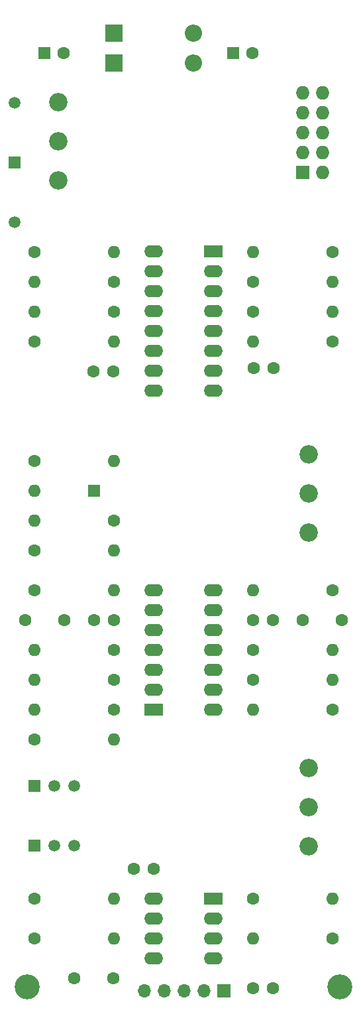
<source format=gbs>
G04 #@! TF.GenerationSoftware,KiCad,Pcbnew,6.0.4-6f826c9f35~116~ubuntu20.04.1*
G04 #@! TF.CreationDate,2022-04-19T12:45:32-04:00*
G04 #@! TF.ProjectId,vcapf_main,76636170-665f-46d6-9169-6e2e6b696361,rev?*
G04 #@! TF.SameCoordinates,Original*
G04 #@! TF.FileFunction,Soldermask,Bot*
G04 #@! TF.FilePolarity,Negative*
%FSLAX46Y46*%
G04 Gerber Fmt 4.6, Leading zero omitted, Abs format (unit mm)*
G04 Created by KiCad (PCBNEW 6.0.4-6f826c9f35~116~ubuntu20.04.1) date 2022-04-19 12:45:32*
%MOMM*%
%LPD*%
G01*
G04 APERTURE LIST*
%ADD10C,2.340000*%
%ADD11C,3.200000*%
%ADD12C,1.600000*%
%ADD13O,1.600000X1.600000*%
%ADD14R,1.600000X1.600000*%
%ADD15R,1.500000X1.500000*%
%ADD16C,1.500000*%
%ADD17R,2.400000X1.600000*%
%ADD18O,2.400000X1.600000*%
%ADD19R,2.200000X2.200000*%
%ADD20O,2.200000X2.200000*%
%ADD21R,1.700000X1.700000*%
%ADD22O,1.700000X1.700000*%
%ADD23R,1.727200X1.727200*%
%ADD24O,1.727200X1.727200*%
G04 APERTURE END LIST*
D10*
G04 #@! TO.C,RV1*
X165999999Y-142499999D03*
X165999999Y-137499999D03*
X165999999Y-132499999D03*
G04 #@! TD*
D11*
G04 #@! TO.C,H1*
X129999999Y-160499999D03*
G04 #@! TD*
G04 #@! TO.C,H2*
X169999999Y-160499999D03*
G04 #@! TD*
D10*
G04 #@! TO.C,RV2*
X133999999Y-47499999D03*
X133999999Y-52499999D03*
X133999999Y-57499999D03*
G04 #@! TD*
G04 #@! TO.C,RV3*
X165999999Y-102499999D03*
X165999999Y-97499999D03*
X165999999Y-92499999D03*
G04 #@! TD*
D12*
G04 #@! TO.C,R9*
X158889999Y-74239999D03*
D13*
X169049999Y-74239999D03*
G04 #@! TD*
D12*
G04 #@! TO.C,R19*
X130949999Y-66619999D03*
D13*
X141109999Y-66619999D03*
G04 #@! TD*
D12*
G04 #@! TO.C,R17*
X130949999Y-109799999D03*
D13*
X141109999Y-109799999D03*
G04 #@! TD*
D12*
G04 #@! TO.C,R18*
X141109999Y-70429999D03*
D13*
X130949999Y-70429999D03*
G04 #@! TD*
D12*
G04 #@! TO.C,C11*
X134759999Y-113609999D03*
X129759999Y-113609999D03*
G04 #@! TD*
D14*
G04 #@! TO.C,D3*
X138569999Y-97099999D03*
D13*
X130949999Y-97099999D03*
G04 #@! TD*
D15*
G04 #@! TO.C,Q1*
X130949999Y-142459999D03*
D16*
X133489999Y-142459999D03*
X136029999Y-142459999D03*
G04 #@! TD*
D12*
G04 #@! TO.C,R10*
X169049999Y-109799999D03*
D13*
X158889999Y-109799999D03*
G04 #@! TD*
D16*
G04 #@! TO.C,TP1*
X128409999Y-62809999D03*
G04 #@! TD*
D12*
G04 #@! TO.C,C7*
X141109999Y-113609999D03*
X138609999Y-113609999D03*
G04 #@! TD*
G04 #@! TO.C,R5*
X169049999Y-78049999D03*
D13*
X158889999Y-78049999D03*
G04 #@! TD*
D16*
G04 #@! TO.C,TP3*
X128409999Y-47569999D03*
G04 #@! TD*
D12*
G04 #@! TO.C,C8*
X161429999Y-113609999D03*
X158929999Y-113609999D03*
G04 #@! TD*
G04 #@! TO.C,C3*
X140999999Y-81859999D03*
X138499999Y-81859999D03*
G04 #@! TD*
G04 #@! TO.C,R26*
X169049999Y-125039999D03*
D13*
X158889999Y-125039999D03*
G04 #@! TD*
D15*
G04 #@! TO.C,TP2*
X128409999Y-55189999D03*
G04 #@! TD*
D12*
G04 #@! TO.C,R8*
X130949999Y-104719999D03*
D13*
X141109999Y-104719999D03*
G04 #@! TD*
D15*
G04 #@! TO.C,Q2*
X130949999Y-134839999D03*
D16*
X133489999Y-134839999D03*
X136029999Y-134839999D03*
G04 #@! TD*
D12*
G04 #@! TO.C,R16*
X141109999Y-74239999D03*
D13*
X130949999Y-74239999D03*
G04 #@! TD*
D17*
G04 #@! TO.C,U1*
X153799999Y-66609999D03*
D18*
X153799999Y-69149999D03*
X153799999Y-71689999D03*
X153799999Y-74229999D03*
X153799999Y-76769999D03*
X153799999Y-79309999D03*
X153799999Y-81849999D03*
X153799999Y-84389999D03*
X146179999Y-84389999D03*
X146179999Y-81849999D03*
X146179999Y-79309999D03*
X146179999Y-76769999D03*
X146179999Y-74229999D03*
X146179999Y-71689999D03*
X146179999Y-69149999D03*
X146179999Y-66609999D03*
G04 #@! TD*
D12*
G04 #@! TO.C,C6*
X136029999Y-159329999D03*
X141029999Y-159329999D03*
G04 #@! TD*
D17*
G04 #@! TO.C,U3*
X153799999Y-149179999D03*
D18*
X153799999Y-151719999D03*
X153799999Y-154259999D03*
X153799999Y-156799999D03*
X146179999Y-156799999D03*
X146179999Y-154259999D03*
X146179999Y-151719999D03*
X146179999Y-149179999D03*
G04 #@! TD*
D17*
G04 #@! TO.C,U2*
X146189999Y-125039999D03*
D18*
X146189999Y-122499999D03*
X146189999Y-119959999D03*
X146189999Y-117419999D03*
X146189999Y-114879999D03*
X146189999Y-112339999D03*
X146189999Y-109799999D03*
X153809999Y-109799999D03*
X153809999Y-112339999D03*
X153809999Y-114879999D03*
X153809999Y-117419999D03*
X153809999Y-119959999D03*
X153809999Y-122499999D03*
X153809999Y-125039999D03*
G04 #@! TD*
D12*
G04 #@! TO.C,C10*
X161429999Y-160599999D03*
X158929999Y-160599999D03*
G04 #@! TD*
G04 #@! TO.C,R28*
X169049999Y-154249999D03*
D13*
X158889999Y-154249999D03*
G04 #@! TD*
D19*
G04 #@! TO.C,D1*
X141109999Y-38679999D03*
D20*
X151269999Y-38679999D03*
G04 #@! TD*
D12*
G04 #@! TO.C,C9*
X146189999Y-145359999D03*
X143689999Y-145359999D03*
G04 #@! TD*
G04 #@! TO.C,R11*
X158889999Y-70429999D03*
D13*
X169049999Y-70429999D03*
G04 #@! TD*
D14*
G04 #@! TO.C,C1*
X132219999Y-41219999D03*
D12*
X134719999Y-41219999D03*
G04 #@! TD*
G04 #@! TO.C,R6*
X130949999Y-93289999D03*
D13*
X141109999Y-93289999D03*
G04 #@! TD*
D14*
G04 #@! TO.C,C2*
X156349999Y-41219999D03*
D12*
X158849999Y-41219999D03*
G04 #@! TD*
G04 #@! TO.C,R20*
X158889999Y-121229999D03*
D13*
X169049999Y-121229999D03*
G04 #@! TD*
D12*
G04 #@! TO.C,R21*
X158889999Y-117419999D03*
D13*
X169049999Y-117419999D03*
G04 #@! TD*
D12*
G04 #@! TO.C,R24*
X141109999Y-117419999D03*
D13*
X130949999Y-117419999D03*
G04 #@! TD*
D12*
G04 #@! TO.C,R15*
X130949999Y-78049999D03*
D13*
X141109999Y-78049999D03*
G04 #@! TD*
D19*
G04 #@! TO.C,D2*
X141109999Y-42489999D03*
D20*
X151269999Y-42489999D03*
G04 #@! TD*
D12*
G04 #@! TO.C,R23*
X141109999Y-121229999D03*
D13*
X130949999Y-121229999D03*
G04 #@! TD*
D12*
G04 #@! TO.C,R14*
X130949999Y-149169999D03*
D13*
X141109999Y-149169999D03*
G04 #@! TD*
D12*
G04 #@! TO.C,R12*
X130949999Y-154249999D03*
D13*
X141109999Y-154249999D03*
G04 #@! TD*
D12*
G04 #@! TO.C,R27*
X130949999Y-128849999D03*
D13*
X141109999Y-128849999D03*
G04 #@! TD*
D12*
G04 #@! TO.C,R22*
X141109999Y-125039999D03*
D13*
X130949999Y-125039999D03*
G04 #@! TD*
D12*
G04 #@! TO.C,R13*
X169049999Y-66619999D03*
D13*
X158889999Y-66619999D03*
G04 #@! TD*
D21*
G04 #@! TO.C,J4*
X155159999Y-160999999D03*
D22*
X152619999Y-160999999D03*
X150079999Y-160999999D03*
X147539999Y-160999999D03*
X144999999Y-160999999D03*
G04 #@! TD*
D12*
G04 #@! TO.C,C4*
X161499999Y-81499999D03*
X158999999Y-81499999D03*
G04 #@! TD*
G04 #@! TO.C,C5*
X165239999Y-113609999D03*
X170239999Y-113609999D03*
G04 #@! TD*
G04 #@! TO.C,R7*
X141109999Y-100909999D03*
D13*
X130949999Y-100909999D03*
G04 #@! TD*
D23*
G04 #@! TO.C,J1*
X165239999Y-56459999D03*
D24*
X167779999Y-56459999D03*
X165239999Y-53919999D03*
X167779999Y-53919999D03*
X165239999Y-51379999D03*
X167779999Y-51379999D03*
X165239999Y-48839999D03*
X167779999Y-48839999D03*
X165239999Y-46299999D03*
X167779999Y-46299999D03*
G04 #@! TD*
D12*
G04 #@! TO.C,R25*
X158889999Y-149169999D03*
D13*
X169049999Y-149169999D03*
G04 #@! TD*
M02*

</source>
